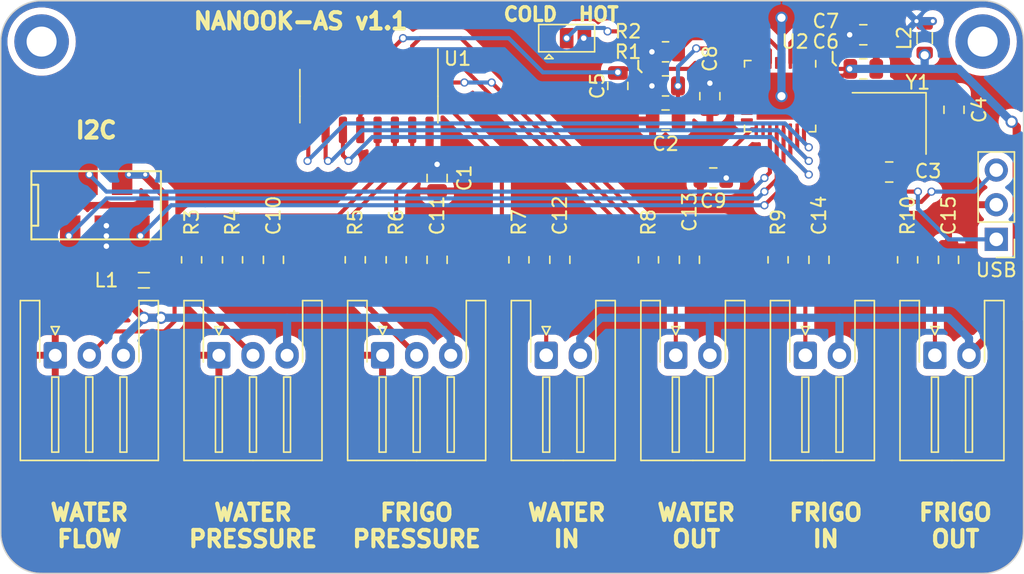
<source format=kicad_pcb>
(kicad_pcb (version 20221018) (generator pcbnew)
  (layers (0 "F.Cu" signal) (31 "B.Cu" signal) (34 "B.Paste" user) (35 "F.Paste" user) (36 "B.SilkS" user "B.Silkscreen") (37 "F.SilkS" user "F.Silkscreen") (38 "B.Mask" user) (39 "F.Mask" user) (44 "Edge.Cuts" user))
  (net 0 "")
  (net 1 "Net-(U2-CHIP_EN)")
  (net 2 "GND")
  (net 3 "+3V3")
  (net 4 "Net-(U2-XTAL_N)")
  (net 5 "+5V")
  (net 6 "Net-(U2-XTAL_P)")
  (net 7 "/ADC")
  (net 8 "/ALERT")
  (net 9 "/SCL")
  (net 10 "/SDA")
  (net 11 "+3.3VA")
  (net 12 "/WATER_PRESSURE")
  (net 13 "/FRIGO_PRESSURE")
  (net 14 "/WATER_IN")
  (net 15 "Net-(J4-Pin_2)")
  (net 16 "/WATER_OUT")
  (net 17 "/FRIGO_IN")
  (net 18 "/FRIGO_OUT")
  (net 19 "/WATER_FLOW")
  (net 20 "+5VA")
  (net 21 "/I2C_ADDR")
  (net 22 "/USB+")
  (net 23 "Net-(L2-Pad1)")
  (net 24 "/USB-")
  (net 25 "Net-(J5-Pin_2)")
  (net 27 "Net-(L1-Pad1)")
  (net 28 "Net-(U2-GPIO2{slash}ADC1_CH2)")
  (net 29 "/A2")
  (net 30 "/A1")
  (net 31 "/A0")
  (footprint "Drake:Micro-Match-FOB-6" (layer "F.Cu") (at 148 102)
    (fp_text reference "X1" hide)
    (fp_text value "I2C-6P")
    (pad "1" smd rect (at -3.175 -2.25) (size 1.5 3) (layers "F.Cu" "F.Paste" "F.Mask") (net 2 "GND"))
    (pad "2" smd rect (at -1.905 2.25) (size 1.5 3) (layers "F.Cu" "F.Paste" "F.Mask") (net 9 "/SCL"))
    (pad "3" smd rect (at -0.635 -2.25) (size 1.5 3) (layers "F.Cu" "F.Paste" "F.Mask") (net 10 "/SDA"))
    (pad "4" smd rect (at 0.635 2.25) (size 1.5 3) (layers "F.Cu" "F.Paste" "F.Mask") (net 3 "+3V3"))
    (pad "5" smd rect (at 1.905 -2.25) (size 1.5 3) (layers "F.Cu" "F.Paste" "F.Mask") (net 5 "+5V"))
    (pad "6" smd rect (at 3.175 2.25) (size 1.5 3) (layers "F.Cu" "F.Paste" "F.Mask") (net 8 "/ALERT"))
  )
  (footprint "Capacitor_SMD:C_0805_2012Metric" (layer "F.Cu") (at 173 100 90)
    (fp_text reference "C1" (at 0 2 90) (layer "F.SilkS"))
    (fp_text value "100n")
    (pad "1" smd roundrect (at -0.95 0 90) (size 1 1.45) (layers "F.Cu" "F.Paste" "F.Mask") (net 2 "GND"))
    (pad "2" smd roundrect (at 0.95 0 90) (size 1 1.45) (layers "F.Cu" "F.Paste" "F.Mask") (net 3 "+3V3"))
  )
  (footprint "Capacitor_SMD:C_0805_2012Metric" (layer "F.Cu") (at 161 106 -90)
    (fp_text reference "C10" (at -3.25 0 90) (layer "F.SilkS"))
    (fp_text value "100n")
    (pad "1" smd roundrect (at -0.95 0 270) (size 1 1.45) (layers "F.Cu" "F.Paste" "F.Mask") (net 12 "/WATER_PRESSURE"))
    (pad "2" smd roundrect (at 0.95 0 270) (size 1 1.45) (layers "F.Cu" "F.Paste" "F.Mask") (net 2 "GND"))
  )
  (footprint "Capacitor_SMD:C_0805_2012Metric" (layer "F.Cu") (at 173 106 -90)
    (fp_text reference "C11" (at -3.25 0 90) (layer "F.SilkS"))
    (fp_text value "100n")
    (pad "1" smd roundrect (at -0.95 0 270) (size 1 1.45) (layers "F.Cu" "F.Paste" "F.Mask") (net 13 "/FRIGO_PRESSURE"))
    (pad "2" smd roundrect (at 0.95 0 270) (size 1 1.45) (layers "F.Cu" "F.Paste" "F.Mask") (net 2 "GND"))
  )
  (footprint "Capacitor_SMD:C_0805_2012Metric" (layer "F.Cu") (at 182 106 90)
    (fp_text reference "C12" (at 3.25 0 90) (layer "F.SilkS"))
    (fp_text value "100n")
    (pad "1" smd roundrect (at -0.95 0 90) (size 1 1.45) (layers "F.Cu" "F.Paste" "F.Mask") (net 14 "/WATER_IN"))
    (pad "2" smd roundrect (at 0.95 0 90) (size 1 1.45) (layers "F.Cu" "F.Paste" "F.Mask") (net 2 "GND"))
  )
  (footprint "Capacitor_SMD:C_0805_2012Metric" (layer "F.Cu") (at 191.5 106 90)
    (fp_text reference "C13" (at 3.5 0 90) (layer "F.SilkS"))
    (fp_text value "100n")
    (pad "1" smd roundrect (at -0.95 0 90) (size 1 1.45) (layers "F.Cu" "F.Paste" "F.Mask") (net 16 "/WATER_OUT"))
    (pad "2" smd roundrect (at 0.95 0 90) (size 1 1.45) (layers "F.Cu" "F.Paste" "F.Mask") (net 2 "GND"))
  )
  (footprint "Capacitor_SMD:C_0805_2012Metric" (layer "F.Cu") (at 201 106 90)
    (fp_text reference "C14" (at 3.25 0 90) (layer "F.SilkS"))
    (fp_text value "100n")
    (pad "1" smd roundrect (at -0.95 0 90) (size 1 1.45) (layers "F.Cu" "F.Paste" "F.Mask") (net 17 "/FRIGO_IN"))
    (pad "2" smd roundrect (at 0.95 0 90) (size 1 1.45) (layers "F.Cu" "F.Paste" "F.Mask") (net 2 "GND"))
  )
  (footprint "Capacitor_SMD:C_0805_2012Metric" (layer "F.Cu") (at 210.5 106 90)
    (fp_text reference "C15" (at 3.25 0 90) (layer "F.SilkS"))
    (fp_text value "100n")
    (pad "1" smd roundrect (at -0.95 0 90) (size 1 1.45) (layers "F.Cu" "F.Paste" "F.Mask") (net 18 "/FRIGO_OUT"))
    (pad "2" smd roundrect (at 0.95 0 90) (size 1 1.45) (layers "F.Cu" "F.Paste" "F.Mask") (net 2 "GND"))
  )
  (footprint "Jumper:SolderJumper-3_P1.3mm_Open_Pad1.0x1.5mm" (layer "F.Cu") (at 182.5 89.75)
    (fp_text reference "J2" hide)
    (fp_text value "Address")
    (pad "1" smd rect (at -1.3 0) (size 1 1.5) (layers "F.Cu" "F.Mask") (net 2 "GND"))
    (pad "2" smd rect (at 0 0) (size 1 1.5) (layers "F.Cu" "F.Mask") (net 21 "/I2C_ADDR"))
    (pad "3" smd rect (at 1.3 0) (size 1 1.5) (layers "F.Cu" "F.Mask") (net 3 "+3V3"))
  )
  (footprint "Connector_JST:JST_XH_S3B-XH-A-1_1x03_P2.50mm_Horizontal" (layer "F.Cu") (at 145 113)
    (fp_text reference "J1" hide)
    (fp_text value "Water Flow")
    (pad "1" thru_hole roundrect (at 0 0) (size 1.7 1.95) (drill 0.95) (layers "*.Cu" "*.Mask") (roundrect_rratio 0.147059) (net 2 "GND"))
    (pad "2" thru_hole oval (at 2.5 0) (size 1.7 1.95) (drill 0.95) (layers "*.Cu" "*.Mask") (net 19 "/WATER_FLOW"))
    (pad "3" thru_hole oval (at 5 0) (size 1.7 1.95) (drill 0.95) (layers "*.Cu" "*.Mask") (net 20 "+5VA"))
  )
  (footprint "Connector_JST:JST_XH_S3B-XH-A-1_1x03_P2.50mm_Horizontal" (layer "F.Cu") (at 157 113)
    (fp_text reference "J4" hide)
    (fp_text value "Conn_01x03")
    (pad "1" thru_hole roundrect (at 0 0) (size 1.7 1.95) (drill 0.95) (layers "*.Cu" "*.Mask") (roundrect_rratio 0.147059) (net 2 "GND"))
    (pad "2" thru_hole oval (at 2.5 0) (size 1.7 1.95) (drill 0.95) (layers "*.Cu" "*.Mask") (net 15 "Net-(J4-Pin_2)"))
    (pad "3" thru_hole oval (at 5 0) (size 1.7 1.95) (drill 0.95) (layers "*.Cu" "*.Mask") (net 20 "+5VA"))
  )
  (footprint "Connector_JST:JST_XH_S3B-XH-A-1_1x03_P2.50mm_Horizontal" (layer "F.Cu") (at 169 113)
    (fp_text reference "J5" hide)
    (fp_text value "Conn_01x03")
    (pad "1" thru_hole roundrect (at 0 0) (size 1.7 1.95) (drill 0.95) (layers "*.Cu" "*.Mask") (roundrect_rratio 0.147059) (net 2 "GND"))
    (pad "2" thru_hole oval (at 2.5 0) (size 1.7 1.95) (drill 0.95) (layers "*.Cu" "*.Mask") (net 25 "Net-(J5-Pin_2)"))
    (pad "3" thru_hole oval (at 5 0) (size 1.7 1.95) (drill 0.95) (layers "*.Cu" "*.Mask") (net 20 "+5VA"))
  )
  (footprint "Connector_JST:JST_XH_S2B-XH-A-1_1x02_P2.50mm_Horizontal" (layer "F.Cu") (at 181 113)
    (fp_text reference "J6" hide)
    (fp_text value "Conn_01x02")
    (pad "1" thru_hole roundrect (at 0 0) (size 1.7 2) (drill 1) (layers "*.Cu" "*.Mask") (roundrect_rratio 0.147059) (net 14 "/WATER_IN"))
    (pad "2" thru_hole oval (at 2.5 0) (size 1.7 2) (drill 1) (layers "*.Cu" "*.Mask") (net 11 "+3.3VA"))
  )
  (footprint "Connector_JST:JST_XH_S2B-XH-A-1_1x02_P2.50mm_Horizontal" (layer "F.Cu") (at 190.5 113)
    (fp_text reference "J7" hide)
    (fp_text value "Conn_01x02")
    (pad "1" thru_hole roundrect (at 0 0) (size 1.7 2) (drill 1) (layers "*.Cu" "*.Mask") (roundrect_rratio 0.147059) (net 16 "/WATER_OUT"))
    (pad "2" thru_hole oval (at 2.5 0) (size 1.7 2) (drill 1) (layers "*.Cu" "*.Mask") (net 11 "+3.3VA"))
  )
  (footprint "Connector_JST:JST_XH_S2B-XH-A-1_1x02_P2.50mm_Horizontal" (layer "F.Cu") (at 200 113)
    (fp_text reference "J8" hide)
    (fp_text value "Conn_01x02")
    (pad "1" thru_hole roundrect (at 0 0) (size 1.7 2) (drill 1) (layers "*.Cu" "*.Mask") (roundrect_rratio 0.147059) (net 17 "/FRIGO_IN"))
    (pad "2" thru_hole oval (at 2.5 0) (size 1.7 2) (drill 1) (layers "*.Cu" "*.Mask") (net 11 "+3.3VA"))
  )
  (footprint "Connector_JST:JST_XH_S2B-XH-A-1_1x02_P2.50mm_Horizontal" (layer "F.Cu") (at 209.5 113)
    (fp_text reference "J9" hide)
    (fp_text value "Conn_01x02")
    (pad "1" thru_hole roundrect (at 0 0) (size 1.7 2) (drill 1) (layers "*.Cu" "*.Mask") (roundrect_rratio 0.147059) (net 18 "/FRIGO_OUT"))
    (pad "2" thru_hole oval (at 2.5 0) (size 1.7 2) (drill 1) (layers "*.Cu" "*.Mask") (net 11 "+3.3VA"))
  )
  (footprint "Resistor_SMD:R_0805_2012Metric" (layer "F.Cu") (at 155 106 90)
    (fp_text reference "R3" (at 2.75 0 90) (layer "F.SilkS"))
    (fp_text value "4k7")
    (pad "1" smd roundrect (at -0.9125 0 90) (size 1.025 1.4) (layers "F.Cu" "F.Paste" "F.Mask") (roundrect_rratio 0.243902) (net 15 "Net-(J4-Pin_2)"))
    (pad "2" smd roundrect (at 0.9125 0 90) (size 1.025 1.4) (layers "F.Cu" "F.Paste" "F.Mask") (roundrect_rratio 0.243902) (net 12 "/WATER_PRESSURE"))
  )
  (footprint "Resistor_SMD:R_0805_2012Metric" (layer "F.Cu") (at 158 106 -90)
    (fp_text reference "R4" (at -2.75 0 90) (layer "F.SilkS"))
    (fp_text value "10k")
    (pad "1" smd roundrect (at -0.9125 0 270) (size 1.025 1.4) (layers "F.Cu" "F.Paste" "F.Mask") (roundrect_rratio 0.243902) (net 12 "/WATER_PRESSURE"))
    (pad "2" smd roundrect (at 0.9125 0 270) (size 1.025 1.4) (layers "F.Cu" "F.Paste" "F.Mask") (roundrect_rratio 0.243902) (net 2 "GND"))
  )
  (footprint "Resistor_SMD:R_0805_2012Metric" (layer "F.Cu") (at 167 106 90)
    (fp_text reference "R5" (at 2.75 0 90) (layer "F.SilkS"))
    (fp_text value "4k7")
    (pad "1" smd roundrect (at -0.9125 0 90) (size 1.025 1.4) (layers "F.Cu" "F.Paste" "F.Mask") (roundrect_rratio 0.243902) (net 25 "Net-(J5-Pin_2)"))
    (pad "2" smd roundrect (at 0.9125 0 90) (size 1.025 1.4) (layers "F.Cu" "F.Paste" "F.Mask") (roundrect_rratio 0.243902) (net 13 "/FRIGO_PRESSURE"))
  )
  (footprint "Resistor_SMD:R_0805_2012Metric" (layer "F.Cu") (at 170 106 -90)
    (fp_text reference "R6" (at -2.75 0 90) (layer "F.SilkS"))
    (fp_text value "10k")
    (pad "1" smd roundrect (at -0.9125 0 270) (size 1.025 1.4) (layers "F.Cu" "F.Paste" "F.Mask") (roundrect_rratio 0.243902) (net 13 "/FRIGO_PRESSURE"))
    (pad "2" smd roundrect (at 0.9125 0 270) (size 1.025 1.4) (layers "F.Cu" "F.Paste" "F.Mask") (roundrect_rratio 0.243902) (net 2 "GND"))
  )
  (footprint "Resistor_SMD:R_0805_2012Metric" (layer "F.Cu") (at 179 106 90)
    (fp_text reference "R7" (at 2.75 0 90) (layer "F.SilkS"))
    (fp_text value "(README.md)")
    (pad "1" smd roundrect (at -0.9125 0 90) (size 1.025 1.4) (layers "F.Cu" "F.Paste" "F.Mask") (roundrect_rratio 0.243902) (net 14 "/WATER_IN"))
    (pad "2" smd roundrect (at 0.9125 0 90) (size 1.025 1.4) (layers "F.Cu" "F.Paste" "F.Mask") (roundrect_rratio 0.243902) (net 2 "GND"))
  )
  (footprint "Resistor_SMD:R_0805_2012Metric" (layer "F.Cu") (at 188.5 106 90)
    (fp_text reference "R8" (at 2.75 0 90) (layer "F.SilkS"))
    (fp_text value "(README.md)")
    (pad "1" smd roundrect (at -0.9125 0 90) (size 1.025 1.4) (layers "F.Cu" "F.Paste" "F.Mask") (roundrect_rratio 0.243902) (net 16 "/WATER_OUT"))
    (pad "2" smd roundrect (at 0.9125 0 90) (size 1.025 1.4) (layers "F.Cu" "F.Paste" "F.Mask") (roundrect_rratio 0.243902) (net 2 "GND"))
  )
  (footprint "Resistor_SMD:R_0805_2012Metric" (layer "F.Cu") (at 198 106 90)
    (fp_text reference "R9" (at 2.75 0 90) (layer "F.SilkS"))
    (fp_text value "(README.md)")
    (pad "1" smd roundrect (at -0.9125 0 90) (size 1.025 1.4) (layers "F.Cu" "F.Paste" "F.Mask") (roundrect_rratio 0.243902) (net 17 "/FRIGO_IN"))
    (pad "2" smd roundrect (at 0.9125 0 90) (size 1.025 1.4) (layers "F.Cu" "F.Paste" "F.Mask") (roundrect_rratio 0.243902) (net 2 "GND"))
  )
  (footprint "Resistor_SMD:R_0805_2012Metric" (layer "F.Cu") (at 207.5 106 90)
    (fp_text reference "R10" (at 3.25 0 90) (layer "F.SilkS"))
    (fp_text value "(README.md)")
    (pad "1" smd roundrect (at -0.9125 0 90) (size 1.025 1.4) (layers "F.Cu" "F.Paste" "F.Mask") (roundrect_rratio 0.243902) (net 18 "/FRIGO_OUT"))
    (pad "2" smd roundrect (at 0.9125 0 90) (size 1.025 1.4) (layers "F.Cu" "F.Paste" "F.Mask") (roundrect_rratio 0.243902) (net 2 "GND"))
  )
  (footprint "Capacitor_SMD:C_0805_2012Metric" (layer "F.Cu") (at 186.25 93.25 -90)
    (fp_text reference "C5" (at 0 1.5 90) (layer "F.SilkS"))
    (fp_text value "100n")
    (pad "1" smd roundrect (at -0.95 0 270) (size 1 1.45) (layers "F.Cu" "F.Paste" "F.Mask") (net 7 "/ADC"))
    (pad "2" smd roundrect (at 0.95 0 270) (size 1 1.45) (layers "F.Cu" "F.Paste" "F.Mask") (net 2 "GND"))
  )
  (footprint "Capacitor_SMD:C_0805_2012Metric" (layer "F.Cu") (at 206.15 99.5625 180)
    (fp_text reference "C3" (at -2.85 0.0625) (layer "F.SilkS"))
    (fp_text value "15p")
    (pad "1" smd roundrect (at -0.95 0 180) (size 1 1.45) (layers "F.Cu" "F.Paste" "F.Mask") (net 2 "GND"))
    (pad "2" smd roundrect (at 0.95 0 180) (size 1 1.45) (layers "F.Cu" "F.Paste" "F.Mask") (net 4 "Net-(U2-XTAL_N)"))
  )
  (footprint "Resistor_SMD:R_0805_2012Metric" (layer "F.Cu") (at 189.75 93.25)
    (fp_text reference "R1" (at -2.75 -2.5) (layer "F.SilkS"))
    (fp_text value "10k")
    (pad "1" smd roundrect (at -0.9125 0) (size 1.025 1.4) (layers "F.Cu" "F.Paste" "F.Mask") (roundrect_rratio 0.243902) (net 3 "+3V3"))
    (pad "2" smd roundrect (at 0.9125 0) (size 1.025 1.4) (layers "F.Cu" "F.Paste" "F.Mask") (roundrect_rratio 0.243902) (net 1 "Net-(U2-CHIP_EN)"))
  )
  (footprint "NetTie:NetTie-2_THT_Pad0.3mm" (layer "F.Cu") (at 150.4 99.75)
    (fp_text reference "NT1" hide)
    (fp_text value "NetTie_2")
    (fp_poly (pts (xy 0 -0.3) (xy 1.2 -0.3) (xy 1.2 0.3) (xy 0 0.3)) (fill solid) (layer "F.Cu"))
    (fp_poly (pts (xy 0 -0.3) (xy 1.2 -0.3) (xy 1.2 0.3) (xy 0 0.3)) (fill solid) (layer "B.Cu"))
    (pad "1" thru_hole circle (at 0 0) (size 0.6 0.6) (drill 0.3) (layers "*.Cu") (net 5 "+5V"))
    (pad "2" thru_hole circle (at 1.2 0) (size 0.6 0.6) (drill 0.3) (layers "*.Cu") (net 27 "Net-(L1-Pad1)"))
  )
  (footprint "Capacitor_SMD:C_0805_2012Metric" (layer "F.Cu") (at 204.25 89.5)
    (fp_text reference "C7" (at -2.75 -1) (layer "F.SilkS"))
    (fp_text value "100n")
    (pad "1" smd roundrect (at -0.95 0) (size 1 1.45) (layers "F.Cu" "F.Paste" "F.Mask") (net 3 "+3V3"))
    (pad "2" smd roundrect (at 0.95 0) (size 1 1.45) (layers "F.Cu" "F.Paste" "F.Mask") (net 2 "GND"))
  )
  (footprint "Capacitor_SMD:C_0805_2012Metric" (layer "F.Cu") (at 204.25 92)
    (fp_text reference "C6" (at -2.75 -2) (layer "F.SilkS"))
    (fp_text value "100n")
    (pad "1" smd roundrect (at -0.95 0) (size 1 1.45) (layers "F.Cu" "F.Paste" "F.Mask") (net 11 "+3.3VA"))
    (pad "2" smd roundrect (at 0.95 0) (size 1 1.45) (layers "F.Cu" "F.Paste" "F.Mask") (net 2 "GND"))
  )
  (footprint "Resistor_SMD:R_0805_2012Metric" (layer "F.Cu") (at 189.75 90.75)
    (fp_text reference "R2" (at -2.75 -1.5) (layer "F.SilkS"))
    (fp_text value "10k")
    (pad "1" smd roundrect (at -0.9125 0) (size 1.025 1.4) (layers "F.Cu" "F.Paste" "F.Mask") (roundrect_rratio 0.243902) (net 3 "+3V3"))
    (pad "2" smd roundrect (at 0.9125 0) (size 1.025 1.4) (layers "F.Cu" "F.Paste" "F.Mask") (roundrect_rratio 0.243902) (net 28 "Net-(U2-GPIO2{slash}ADC1_CH2)"))
  )
  (footprint "Capacitor_SMD:C_0805_2012Metric" (layer "F.Cu") (at 193 94 -90)
    (fp_text reference "C8" (at -2.75 0 90) (layer "F.SilkS"))
    (fp_text value "100n")
    (pad "1" smd roundrect (at -0.95 0 270) (size 1 1.45) (layers "F.Cu" "F.Paste" "F.Mask") (net 3 "+3V3"))
    (pad "2" smd roundrect (at 0.95 0 270) (size 1 1.45) (layers "F.Cu" "F.Paste" "F.Mask") (net 2 "GND"))
  )
  (footprint "Connector_PinHeader_2.54mm:PinHeader_1x03_P2.54mm_Vertical" (layer "F.Cu") (at 214 104.5 180)
    (fp_text reference "J3" hide)
    (fp_text value "USB" (at 0 -2.25) (layer "F.SilkS"))
    (pad "1" thru_hole rect (at 0 0 180) (size 1.7 1.7) (drill 1) (layers "*.Cu" "*.Mask") (net 22 "/USB+"))
    (pad "2" thru_hole oval (at 0 2.54 180) (size 1.7 1.7) (drill 1) (layers "*.Cu" "*.Mask") (net 2 "GND"))
    (pad "3" thru_hole oval (at 0 5.08 180) (size 1.7 1.7) (drill 1) (layers "*.Cu" "*.Mask") (net 24 "/USB-"))
  )
  (footprint "Crystal:Crystal_SMD_3225-4Pin_3.2x2.5mm_HandSoldering" (layer "F.Cu") (at 206.15 96 180)
    (fp_text reference "Y1" (at -2.1 3) (layer "F.SilkS"))
    (fp_text value "40MHz")
    (pad "1" smd rect (at -1.45 1.15 180) (size 2.1 1.8) (layers "F.Cu" "F.Paste" "F.Mask") (net 6 "Net-(U2-XTAL_P)"))
    (pad "2" smd rect (at 1.45 1.15 180) (size 2.1 1.8) (layers "F.Cu" "F.Paste" "F.Mask") (net 2 "GND"))
    (pad "3" smd rect (at 1.45 -1.15 180) (size 2.1 1.8) (layers "F.Cu" "F.Paste" "F.Mask") (net 4 "Net-(U2-XTAL_N)"))
    (pad "4" smd rect (at -1.45 -1.15 180) (size 2.1 1.8) (layers "F.Cu" "F.Paste" "F.Mask") (net 2 "GND"))
  )
  (footprint "Capacitor_SMD:C_0805_2012Metric" (layer "F.Cu") (at 189.75 95.75 180)
    (fp_text reference "C2" (at 0 -1.75) (layer "F.SilkS"))
    (fp_text value "1u")
    (pad "1" smd roundrect (at -0.95 0 180) (size 1 1.45) (layers "F.Cu" "F.Paste" "F.Mask") (net 1 "Net-(U2-CHIP_EN)"))
    (pad "2" smd roundrect (at 0.95 0 180) (size 1 1.45) (layers "F.Cu" "F.Paste" "F.Mask") (net 2 "GND"))
  )
  (footprint "Inductor_SMD:L_0805_2012Metric" (layer "F.Cu") (at 151.5 107.5 180)
    (fp_text reference "L1" (at 2.75 0) (layer "F.SilkS"))
    (fp_text value "22uH")
    (pad "1" smd roundrect (at -1.0625 0 180) (size 0.875 1.2) (layers "F.Cu" "F.Paste" "F.Mask") (net 27 "Net-(L1-Pad1)"))
    (pad "2" smd roundrect (at 1.0625 0 180) (size 0.875 1.2) (layers "F.Cu" "F.Paste" "F.Mask") (net 20 "+5VA"))
  )
  (footprint "Package_SO:SOIC-16_3.9x9.9mm_P1.27mm" (layer "F.Cu") (at 168 94 -90)
    (fp_text reference "U1" (at -2.75 -6.5 -180) (layer "F.SilkS"))
    (fp_text value "CD4051B")
    (pad "1" smd roundrect (at -2.475 -4.445 270) (size 1.95 0.6) (layers "F.Cu" "F.Paste" "F.Mask") (net 16 "/WATER_OUT"))
    (pad "2" smd roundrect (at -2.475 -3.175 270) (size 1.95 0.6) (layers "F.Cu" "F.Paste" "F.Mask") (net 18 "/FRIGO_OUT"))
    (pad "3" smd roundrect (at -2.475 -1.905 270) (size 1.95 0.6) (layers "F.Cu" "F.Paste" "F.Mask") (net 7 "/ADC"))
    (pad "4" smd roundrect (at -2.475 -0.635 270) (size 1.95 0.6) (layers "F.Cu" "F.Paste" "F.Mask") (net 2 "GND"))
    (pad "5" smd roundrect (at -2.475 0.635 270) (size 1.95 0.6) (layers "F.Cu" "F.Paste" "F.Mask") (net 17 "/FRIGO_IN"))
    (pad "6" smd roundrect (at -2.475 1.905 270) (size 1.95 0.6) (layers "F.Cu" "F.Paste" "F.Mask") (net 2 "GND"))
    (pad "7" smd roundrect (at -2.475 3.175 270) (size 1.95 0.6) (layers "F.Cu" "F.Paste" "F.Mask") (net 2 "GND"))
    (pad "8" smd roundrect (at -2.475 4.445 270) (size 1.95 0.6) (layers "F.Cu" "F.Paste" "F.Mask") (net 2 "GND"))
    (pad "9" smd roundrect (at 2.475 4.445 270) (size 1.95 0.6) (layers "F.Cu" "F.Paste" "F.Mask") (net 29 "/A2"))
    (pad "10" smd roundrect (at 2.475 3.175 270) (size 1.95 0.6) (layers "F.Cu" "F.Paste" "F.Mask") (net 30 "/A1"))
    (pad "11" smd roundrect (at 2.475 1.905 270) (size 1.95 0.6) (layers "F.Cu" "F.Paste" "F.Mask") (net 31 "/A0"))
    (pad "12" smd roundrect (at 2.475 0.635 270) (size 1.95 0.6) (layers "F.Cu" "F.Paste" "F.Mask") (net 14 "/WATER_IN"))
    (pad "13" smd roundrect (at 2.475 -0.635 270) (size 1.95 0.6) (layers "F.Cu" "F.Paste" "F.Mask") (net 19 "/WATER_FLOW"))
    (pad "14" smd roundrect (at 2.475 -1.905 270) (size 1.95 0.6) (layers "F.Cu" "F.Paste" "F.Mask") (net 12 "/WATER_PRESSURE"))
    (pad "15" smd roundrect (at 2.475 -3.175 270) (size 1.95 0.6) (layers "F.Cu" "F.Paste" "F.Mask") (net 13 "/FRIGO_PRESSURE"))
    (pad "16" smd roundrect (at 2.475 -4.445 270) (size 1.95 0.6) (layers "F.Cu" "F.Paste" "F.Mask") (net 3 "+3V3"))
  )
  (footprint "Package_DFN_QFN:QFN-32-1EP_5x5mm_P0.5mm_EP3.45x3.45mm" (layer "F.Cu") (at 198.15 94 -90)
    (fp_text reference "U2" (at -4 -1.1 -180) (layer "F.SilkS"))
    (fp_text value "ESP32-C3FN4")
    (pad "1" smd roundrect (at -2.4375 -1.75 270) (size 0.875 0.25) (layers "F.Cu" "F.Paste" "F.Mask"))
    (pad "2" smd roundrect (at -2.4375 -1.25 270) (size 0.875 0.25) (layers "F.Cu" "F.Paste" "F.Mask") (net 3 "+3V3"))
    (pad "3" smd roundrect (at -2.4375 -0.75 270) (size 0.875 0.25) (layers "F.Cu" "F.Paste" "F.Mask") (net 3 "+3V3"))
    (pad "4" smd roundrect (at -2.4375 -0.25 270) (size 0.875 0.25) (layers "F.Cu" "F.Paste" "F.Mask") (net 21 "/I2C_ADDR"))
    (pad "5" smd roundrect (at -2.4375 0.25 270) (size 0.875 0.25) (layers "F.Cu" "F.Paste" "F.Mask"))
    (pad "6" smd roundrect (at -2.4375 0.75 270) (size 0.875 0.25) (layers "F.Cu" "F.Paste" "F.Mask") (net 28 "Net-(U2-GPIO2{slash}ADC1_CH2)"))
    (pad "7" smd roundrect (at -2.4375 1.25 270) (size 0.875 0.25) (layers "F.Cu" "F.Paste" "F.Mask") (net 1 "Net-(U2-CHIP_EN)"))
    (pad "8" smd roundrect (at -2.4375 1.75 270) (size 0.875 0.25) (layers "F.Cu" "F.Paste" "F.Mask") (net 7 "/ADC"))
    (pad "9" smd roundrect (at -1.75 2.4375 270) (size 0.25 0.875) (layers "F.Cu" "F.Paste" "F.Mask"))
    (pad "10" smd roundrect (at -1.25 2.4375 270) (size 0.25 0.875) (layers "F.Cu" "F.Paste" "F.Mask"))
    (pad "11" smd roundrect (at -0.75 2.4375 270) (size 0.25 0.875) (layers "F.Cu" "F.Paste" "F.Mask") (net 3 "+3V3"))
    (pad "12" smd roundrect (at -0.25 2.4375 270) (size 0.25 0.875) (layers "F.Cu" "F.Paste" "F.Mask"))
    (pad "13" smd roundrect (at 0.25 2.4375 270) (size 0.25 0.875) (layers "F.Cu" "F.Paste" "F.Mask"))
    (pad "14" smd roundrect (at 0.75 2.4375 270) (size 0.25 0.875) (layers "F.Cu" "F.Paste" "F.Mask"))
    (pad "15" smd roundrect (at 1.25 2.4375 270) (size 0.25 0.875) (layers "F.Cu" "F.Paste" "F.Mask"))
    (pad "16" smd roundrect (at 1.75 2.4375 270) (size 0.25 0.875) (layers "F.Cu" "F.Paste" "F.Mask"))
    (pad "17" smd roundrect (at 2.4375 1.75 270) (size 0.875 0.25) (layers "F.Cu" "F.Paste" "F.Mask") (net 3 "+3V3"))
    (pad "18" smd roundrect (at 2.4375 1.25 270) (size 0.875 0.25) (layers "F.Cu" "F.Paste" "F.Mask"))
    (pad "19" smd roundrect (at 2.4375 0.75 270) (size 0.875 0.25) (layers "F.Cu" "F.Paste" "F.Mask") (net 10 "/SDA"))
    (pad "20" smd roundrect (at 2.4375 0.25 270) (size 0.875 0.25) (layers "F.Cu" "F.Paste" "F.Mask") (net 9 "/SCL"))
    (pad "21" smd roundrect (at 2.4375 -0.25 270) (size 0.875 0.25) (layers "F.Cu" "F.Paste" "F.Mask") (net 8 "/ALERT"))
    (pad "22" smd roundrect (at 2.4375 -0.75 270) (size 0.875 0.25) (layers "F.Cu" "F.Paste" "F.Mask") (net 31 "/A0"))
    (pad "23" smd roundrect (at 2.4375 -1.25 270) (size 0.875 0.25) (layers "F.Cu" "F.Paste" "F.Mask") (net 30 "/A1"))
    (pad "24" smd roundrect (at 2.4375 -1.75 270) (size 0.875 0.25) (layers "F.Cu" "F.Paste" "F.Mask") (net 29 "/A2"))
    (pad "25" smd roundrect (at 1.75 -2.4375 270) (size 0.25 0.875) (layers "F.Cu" "F.Paste" "F.Mask") (net 24 "/USB-"))
    (pad "26" smd roundrect (at 1.25 -2.4375 270) (size 0.25 0.875) (layers "F.Cu" "F.Paste" "F.Mask") (net 22 "/USB+"))
    (pad "27" smd roundrect (at 0.75 -2.4375 270) (size 0.25 0.875) (layers "F.Cu" "F.Paste" "F.Mask"))
    (pad "28" smd roundrect (at 0.25 -2.4375 270) (size 0.25 0.875) (layers "F.Cu" "F.Paste" "F.Mask"))
    (pad "29" smd roundrect (at -0.25 -2.4375 270) (size 0.25 0.875) (layers "F.Cu" "F.Paste" "F.Mask") (net 4 "Net-(U2-XTAL_N)"))
    (pad "30" smd roundrect (at -0.75 -2.4375 270) (size 0.25 0.875) (layers "F.Cu" "F.Paste" "F.Mask") (net 6 "Net-(U2-XTAL_P)"))
    (pad "31" smd roundrect (at -1.25 -2.4375 270) (size 0.25 0.875) (layers "F.Cu" "F.Paste" "F.Mask") (net 11 "+3.3VA"))
    (pad "32" smd roundrect (at -1.75 -2.4375 270) (size 0.25 0.875) (layers "F.Cu" "F.Paste" "F.Mask") (net 11 "+3.3VA"))
    (pad "33" smd rect (at 0 0 270) (size 3.45 3.45) (layers "F.Cu" "F.Mask") (net 2 "GND"))
  )
  (footprint "Inductor_SMD:L_0805_2012Metric" (layer "F.Cu") (at 208.75 89.75 -90)
    (fp_text reference "L2" (at 0 1.5 90) (layer "F.SilkS"))
    (fp_text value "22uH")
    (pad "1" smd roundrect (at -1.0625 0 270) (size 0.875 1.2) (layers "F.Cu" "F.Paste" "F.Mask") (net 23 "Net-(L2-Pad1)"))
    (pad "2" smd roundrect (at 1.0625 0 270) (size 0.875 1.2) (layers "F.Cu" "F.Paste" "F.Mask") (net 11 "+3.3VA"))
  )
  (footprint "Capacitor_SMD:C_0805_2012Metric" (layer "F.Cu") (at 210.9 95 90)
    (fp_text reference "C4" (at 0 1.85 90) (layer "F.SilkS"))
    (fp_text value "15p")
    (pad "1" smd roundrect (at -0.95 0 90) (size 1 1.45) (layers "F.Cu" "F.Paste" "F.Mask") (net 2 "GND"))
    (pad "2" smd roundrect (at 0.95 0 90) (size 1 1.45) (layers "F.Cu" "F.Paste" "F.Mask") (net 6 "Net-(U2-XTAL_P)"))
  )
  (footprint "NetTie:NetTie-2_THT_Pad0.3mm" (layer "F.Cu") (at 208.15 88.5)
    (fp_text reference "NT2" hide)
    (fp_text value "NetTie_2")
    (fp_poly (pts (xy 0 -0.3) (xy 1.2 -0.3) (xy 1.2 0.3) (xy 0 0.3)) (fill solid) (layer "F.Cu"))
    (fp_poly (pts (xy 0 -0.3) (xy 1.2 -0.3) (xy 1.2 0.3) (xy 0 0.3)) (fill solid) (layer "B.Cu"))
    (pad "1" thru_hole circle (at 0 0) (size 0.6 0.6) (drill 0.3) (layers "*.Cu") (net 3 "+3V3"))
    (pad "2" thru_hole circle (at 1.2 0) (size 0.6 0.6) (drill 0.3) (layers "*.Cu") (net 23 "Net-(L2-Pad1)"))
  )
  (footprint "Capacitor_SMD:C_0805_2012Metric" (layer "F.Cu") (at 193.25 100 180)
    (fp_text reference "C9" (at 0 -1.68) (layer "F.SilkS"))
    (fp_text value "100n")
    (pad "1" smd roundrect (at -0.95 0 180) (size 1 1.45) (layers "F.Cu" "F.Paste" "F.Mask") (net 3 "+3V3"))
    (pad "2" smd roundrect (at 0.95 0 180) (size 1 1.45) (layers "F.Cu" "F.Paste" "F.Mask") (net 2 "GND"))
  )
  (gr_line (start 187.75 91.4) (end 187.75 92) (stroke (width 0.15)) (layer "F.SilkS"))
  (gr_line (start 187.75 92) (end 188 92.25) (stroke (width 0.15)) (layer "F.SilkS"))
  (gr_line (start 202 90.75) (end 202 91.5) (stroke (width 0.15)) (layer "F.SilkS"))
  (gr_line (start 202 91.5) (end 202.25 91.75) (stroke (width 0.15)) (layer "F.SilkS"))
  (gr_arc (start 213 87) (mid 215.12132 87.87868) (end 216 90) (stroke (width 0.1)) (layer "Edge.Cuts"))
  (gr_line (start 141 90) (end 141 126) (stroke (width 0.1)) (layer "Edge.Cuts"))
  (gr_line (start 213 87) (end 144 87) (stroke (width 0.1)) (layer "Edge.Cuts"))
  (gr_line (start 144 129) (end 213 129) (stroke (width 0.1)) (layer "Edge.Cuts"))
  (gr_arc (start 141 90) (mid 141.87868 87.87868) (end 144 87) (stroke (width 0.1)) (layer "Edge.Cuts"))
  (gr_arc (start 144 129) (mid 141.87868 128.12132) (end 141 126) (stroke (width 0.1)) (layer "Edge.Cuts"))
  (gr_arc (start 216 126) (mid 215.12132 128.12132) (end 213 129) (stroke (width 0.1)) (layer "Edge.Cuts"))
  (gr_line (start 216 126) (end 216 90) (stroke (width 0.1)) (layer "Edge.Cuts"))
  (gr_text "COLD" (at 177.75 88) (layer "F.SilkS") (effects (font (size 1 1) (thickness 0.25)) (justify left)))
  (gr_text "I2C" (at 148 96.5) (layer "F.SilkS") (effects (font (size 1.2 1.2) (thickness 0.3))))
  (gr_text "WATER\nFLOW" (at 147.5 125.5) (layer "F.SilkS") (effects (font (size 1.2 1.2) (thickness 0.3))))
  (gr_text "WATER\nPRESSURE" (at 159.5 125.5) (layer "F.SilkS") (effects (font (size 1.2 1.2) (thickness 0.3))))
  (gr_text "FRIGO\nPRESSURE" (at 171.5 125.5) (layer "F.SilkS") (effects (font (size 1.2 1.2) (thickness 0.3))))
  (gr_text "WATER\nIN" (at 182.5 125.5) (layer "F.SilkS") (effects (font (size 1.2 1.2) (thickness 0.3))))
  (gr_text "WATER\nOUT" (at 192 125.5) (layer "F.SilkS") (effects (font (size 1.2 1.2) (thickness 0.3))))
  (gr_text "FRIGO\nIN" (at 201.5 125.5) (layer "F.SilkS") (effects (font (size 1.2 1.2) (thickness 0.3))))
  (gr_text "FRIGO\nOUT" (at 211 125.5) (layer "F.SilkS") (effects (font (size 1.2 1.2) (thickness 0.3))))
  (gr_text "NANOOK-AS v1.1" (at 163 88.5) (layer "F.SilkS") (effects (font (size 1.2 1.2) (thickness 0.3))))
  (gr_text "HOT" (at 183.25 88) (layer "F.SilkS") (effects (font (size 1 1) (thickness 0.25)) (justify left)))
  (via (at 213 90) (size 4) (drill 2.2) (layers "F.Cu" "B.Cu") (net 0))
  (via (at 144 90) (size 4) (drill 2.2) (layers "F.Cu" "B.Cu") (net 0))
  (segment (start 190.6625 95.7125) (end 190.7 95.75) (width 0.3) (layer "F.Cu") (net 1))
  (segment (start 196.9 90.9) (end 196.9 91.5625) (width 0.3) (layer "F.Cu") (net 1))
  (segment (start 190.6625 93.25) (end 190.6625 95.7125) (width 0.3) (layer "F.Cu") (net 1))
  (segment (start 192 90.5) (end 196.5 90.5) (width 0.3) (layer "F.Cu") (net 1))
  (segment (start 196.5 90.5) (end 196.9 90.9) (width 0.3) (layer "F.Cu") (net 1))
  (via (at 192 90.5) (size 0.6) (drill 0.4) (layers "F.Cu" "B.Cu") (net 1))
  (via (at 190.6625 93.25) (size 0.6) (drill 0.4) (layers "F.Cu" "B.Cu") (net 1))
  (segment (start 190.6625 91.8375) (end 190.6625 93.25) (width 0.3) (layer "B.Cu") (net 1))
  (segment (start 192 90.5) (end 190.6625 91.8375) (width 0.3) (layer "B.Cu") (net 1))
  (segment (start 204.7 94.85) (end 207.6 97.15) (width 0.3) (layer "F.Cu") (net 2))
  (via (at 198.25 94) (size 0.9) (drill 0.6) (layers "F.Cu" "B.Cu") (net 2))
  (via (at 198.25 88.25) (size 0.9) (drill 0.6) (layers "F.Cu" "B.Cu") (net 2))
  (segment (start 198.25 88.25) (end 198.25 94) (width 0.6) (layer "B.Cu") (net 2))
  (segment (start 199.75 90) (end 199.4 90.35) (width 0.3) (layer "F.Cu") (net 3))
  (segment (start 172.445 98.445) (end 173 99) (width 0.6) (layer "F.Cu") (net 3))
  (segment (start 202.8 90) (end 199.75 90) (width 0.3) (layer "F.Cu") (net 3))
  (segment (start 199.5 89.5) (end 198.9 90.1) (width 0.3) (layer "F.Cu") (net 3))
  (segment (start 194.2 98.3) (end 196.0625 96.4375) (width 0.3) (layer "F.Cu") (net 3))
  (segment (start 193.2 93.25) (end 193 93.05) (width 0.3) (layer "F.Cu") (net 3))
  (segment (start 194.2 100) (end 194.2 98.3) (width 0.3) (layer "F.Cu") (net 3))
  (segment (start 195.7125 93.25) (end 193.2 93.25) (width 0.3) (layer "F.Cu") (net 3))
  (segment (start 202.8 90) (end 203.3 89.5) (width 0.3) (layer "F.Cu") (net 3))
  (segment (start 199.4 90.35) (end 199.4 91.5625) (width 0.3) (layer "F.Cu") (net 3))
  (segment (start 198.9 90.1) (end 198.9 91.5625) (width 0.3) (layer "F.Cu") (net 3))
  (segment (start 172.445 96.475) (end 172.445 98.445) (width 0.6) (layer "F.Cu") (net 3))
  (segment (start 199.5 89.5) (end 203.25 89.5) (width 0.3) (layer "F.Cu") (net 3))
  (segment (start 196.0625 96.4375) (end 196.4 96.4375) (width 0.3) (layer "F.Cu") (net 3))
  (via (at 148.75 105) (size 0.6) (drill 0.4) (layers "F.Cu" "B.Cu") (net 3))
  (via (at 183.75 89.75) (size 0.6) (drill 0.4) (layers "F.Cu" "B.Cu") (net 3))
  (via (at 188.75 93.25) (size 0.6) (drill 0.4) (layers "F.Cu" "B.Cu") (net 3))
  (via (at 203.25 89.5) (size 0.6) (drill 0.4) (layers "F.Cu" "B.Cu") (net 3))
  (via (at 194.2 100) (size 0.6) (drill 0.4) (layers "F.Cu" "B.Cu") (net 3))
  (via (at 148.75 104.25) (size 0.6) (drill 0.4) (layers "F.Cu" "B.Cu") (net 3))
  (via (at 173 99) (size 0.6) (drill 0.4) (layers "F.Cu" "B.Cu") (net 3))
  (via (at 193 93.05) (size 0.6) (drill 0.4) (layers "F.Cu" "B.Cu") (net 3))
  (via (at 148.75 103.5) (size 0.6) (drill 0.4) (layers "F.Cu" "B.Cu") (net 3))
  (via (at 188.75 90.75) (size 0.6) (drill 0.4) (layers "F.Cu" "B.Cu") (net 3))
  (segment (start 203 96.25) (end 203.9 97.15) (width 0.3) (layer "F.Cu") (net 4))
  (segment (start 200.5875 93.75) (end 202 93.75) (width 0.3) (layer "F.Cu") (net 4))
  (segment (start 203.9 97.15) (end 204.7 97.15) (width 0.3) (layer "F.Cu") (net 4))
  (segment (start 202 93.75) (end 203 94.75) (width 0.3) (layer "F.Cu") (net 4))
  (segment (start 204.7 99.0625) (end 205.2 99.5625) (width 0.3) (layer "F.Cu") (net 4))
  (segment (start 204.7 97.15) (end 204.7 99.0625) (width 0.3) (layer "F.Cu") (net 4))
  (segment (start 203 94.75) (end 203 96.25) (width 0.3) (layer "F.Cu") (net 4))
  (segment (start 210.9 94.05) (end 207.8 94.05) (width 0.3) (layer "F.Cu") (net 6))
  (segment (start 200.5875 93.25) (end 206 93.25) (width 0.3) (layer "F.Cu") (net 6))
  (segment (start 206 93.25) (end 207.6 94.85) (width 0.3) (layer "F.Cu") (net 6))
  (segment (start 191.9375 91.5625) (end 196.4 91.5625) (width 0.3) (layer "F.Cu") (net 7))
  (segment (start 191.5 92) (end 191.9375 91.5625) (width 0.3) (layer "F.Cu") (net 7))
  (segment (start 186.55 92) (end 186.25 92.3) (width 0.3) (layer "F.Cu") (net 7))
  (segment (start 169.905 91.525) (end 169.905 90.345) (width 0.3) (layer "F.Cu") (net 7))
  (segment (start 169.905 90.345) (end 170.5 89.75) (width 0.3) (layer "F.Cu") (net 7))
  (segment (start 191.5 92) (end 186.55 92) (width 0.3) (layer "F.Cu") (net 7))
  (via (at 170.5 89.75) (size 0.6) (drill 0.4) (layers "F.Cu" "B.Cu") (net 7))
  (via (at 186.25 92.25) (size 0.6) (drill 0.4) (layers "F.Cu" "B.Cu") (net 7))
  (segment (start 170.5 89.75) (end 176.25 89.75) (width 0.3) (layer "B.Cu") (net 7))
  (segment (start 176.25 89.75) (end 178.25 89.75) (width 0.3) (layer "B.Cu") (net 7))
  (segment (start 178.25 89.75) (end 180.75 92.25) (width 0.3) (layer "B.Cu") (net 7))
  (segment (start 180.75 92.25) (end 186.25 92.25) (width 0.3) (layer "B.Cu") (net 7))
  (segment (start 197 102) (end 198.4 100.6) (width 0.3) (layer "F.Cu") (net 8))
  (segment (start 198.4 100.6) (end 198.4 96.4375) (width 0.3) (layer "F.Cu") (net 8))
  (via (at 197 102) (size 0.6) (drill 0.4) (layers "F.Cu" "B.Cu") (net 8))
  (via (at 151.25 104.25) (size 0.6) (drill 0.4) (layers "F.Cu" "B.Cu") (net 8))
  (segment (start 156 102) (end 153.5 102) (width 0.3) (layer "B.Cu") (net 8))
  (segment (start 153.5 102) (end 151.25 104.25) (width 0.3) (layer "B.Cu") (net 8))
  (segment (start 197 102) (end 156 102) (width 0.3) (layer "B.Cu") (net 8))
  (segment (start 197 101) (end 197.9 100.1) (width 0.3) (layer "F.Cu") (net 9))
  (segment (start 197.9 100.1) (end 197.9 96.4375) (width 0.3) (layer "F.Cu") (net 9))
  (via (at 146 104.25) (size 0.6) (drill 0.4) (layers "F.Cu" "B.Cu") (net 9))
  (via (at 197 101) (size 0.6) (drill 0.4) (layers "F.Cu" "B.Cu") (net 9))
  (segment (start 197 101) (end 196.5 101.5) (width 0.3) (layer "B.Cu") (net 9))
  (segment (start 148.75 101.5) (end 146 104.25) (width 0.3) (layer "B.Cu") (net 9))
  (segment (start 196.5 101.5) (end 148.75 101.5) (width 0.3) (layer "B.Cu") (net 9))
  (segment (start 197 100) (end 197.4 99.6) (width 0.3) (layer "F.Cu") (net 10))
  (segment (start 197.4 99.6) (end 197.4 96.4375) (width 0.3) (layer "F.Cu") (net 10))
  (via (at 197 100) (size 0.6) (drill 0.4) (layers "F.Cu" "B.Cu") (net 10))
  (via (at 147.5 99.75) (size 0.6) (drill 0.4) (layers "F.Cu" "B.Cu") (net 10))
  (segment (start 196 101) (end 148.75 101) (width 0.3) (layer "B.Cu") (net 10))
  (segment (start 197 100) (end 196 101) (width 0.3) (layer "B.Cu") (net 10))
  (segment (start 148.75 101) (end 147.5 99.75) (width 0.3) (layer "B.Cu") (net 10))
  (segment (start 208.75 90.8125) (end 208.75 91) (width 0.6) (layer "F.Cu") (net 11))
  (segment (start 200.5875 92.25) (end 201.75 92.25) (width 0.3) (layer "F.Cu") (net 11))
  (segment (start 202.25 92.5) (end 202.8 92.5) (width 0.3) (layer "F.Cu") (net 11))
  (segment (start 202 92.75) (end 202.25 92.5) (width 0.3) (layer "F.Cu") (net 11))
  (segment (start 201.75 92.25) (end 202 92) (width 0.3) (layer "F.Cu") (net 11))
  (segment (start 215.5 109.5) (end 212 113) (width 0.6) (layer "F.Cu") (net 11))
  (segment (start 202.8 92.5) (end 203.3 92) (width 0.3) (layer "F.Cu") (net 11))
  (segment (start 215.5 96.25) (end 215.5 109.5) (width 0.6) (layer "F.Cu") (net 11))
  (segment (start 203.25 92) (end 203.3 92) (width 0.3) (layer "F.Cu") (net 11))
  (segment (start 202 92) (end 203.25 92) (width 0.3) (layer "F.Cu") (net 11))
  (segment (start 200.5875 92.75) (end 202 92.75) (width 0.3) (layer "F.Cu") (net 11))
  (segment (start 215.125 95.875) (end 215.5 96.25) (width 0.6) (layer "F.Cu") (net 11))
  (via (at 203.25 92) (size 0.6) (drill 0.4) (layers "F.Cu" "B.Cu") (net 11))
  (via (at 215.125 95.875) (size 0.9) (drill 0.6) (layers "F.Cu" "B.Cu") (net 11))
  (via (at 208.75 91) (size 0.9) (drill 0.6) (layers "F.Cu" "B.Cu") (net 11))
  (segment (start 185 110.25) (end 193 110.25) (width 0.6) (layer "B.Cu") (net 11))
  (segment (start 202.5 113) (end 202.5 110.25) (width 0.6) (layer "B.Cu") (net 11))
  (segment (start 193 110.25) (end 202.5 110.25) (width 0.6) (layer "B.Cu") (net 11))
  (segment (start 202.5 110.25) (end 210.5 110.25) (width 0.6) (layer "B.Cu") (net 11))
  (segment (start 183.5 111.75) (end 185 110.25) (width 0.6) (layer "B.Cu") (net 11))
  (segment (start 215.125 95.875) (end 211.25 92) (width 0.6) (layer "B.Cu") (net 11))
  (segment (start 193 113) (end 193 110.25) (width 0.6) (layer "B.Cu") (net 11))
  (segment (start 212 111.75) (end 212 113) (width 0.6) (layer "B.Cu") (net 11))
  (segment (start 208.75 92) (end 203.25 92) (width 0.6) (layer "B.Cu") (net 11))
  (segment (start 210.5 110.25) (end 212 111.75) (width 0.6) (layer "B.Cu") (net 11))
  (segment (start 211.25 92) (end 208.75 92) (width 0.6) (layer "B.Cu") (net 11))
  (segment (start 183.5 113) (end 183.5 111.75) (width 0.6) (layer "B.Cu") (net 11))
  (segment (start 208.75 91) (end 208.75 92) (width 0.6) (layer "B.Cu") (net 11))
  (segment (start 160.9625 105.0875) (end 161 105.05) (width 0.3) (layer "F.Cu") (net 12))
  (segment (start 155 105.0875) (end 160.9625 105.0875) (width 0.3) (layer "F.Cu") (net 12))
  (segment (start 158 105) (end 158 105.0875) (width 0.3) (layer "F.Cu") (net 12))
  (segment (start 159.5 103.5) (end 158 105) (width 0.3) (layer "F.Cu") (net 12))
  (segment (start 169.905 96.475) (end 169.905 99.595) (width 0.3) (layer "F.Cu") (net 12))
  (segment (start 169.905 99.595) (end 166 103.5) (width 0.3) (layer "F.Cu") (net 12))
  (segment (start 166 103.5) (end 159.5 103.5) (width 0.3) (layer "F.Cu") (net 12))
  (segment (start 171.175 99.825) (end 170 101) (width 0.3) (layer "F.Cu") (net 13))
  (segment (start 172.9625 105.0875) (end 173 105.05) (width 0.3) (layer "F.Cu") (net 13))
  (segment (start 170 101) (end 170 105.0875) (width 0.3) (layer "F.Cu") (net 13))
  (segment (start 167 105.0875) (end 172.9625 105.0875) (width 0.3) (layer "F.Cu") (net 13))
  (segment (start 171.175 96.475) (end 171.175 99.825) (width 0.3) (layer "F.Cu") (net 13))
  (segment (start 181 113) (end 181 106.9125) (width 0.3) (layer "F.Cu") (net 14))
  (segment (start 167.365 96.475) (end 167.365 95.385) (width 0.3) (layer "F.Cu") (net 14))
  (segment (start 168 94.75) (end 173.75 94.75) (width 0.3) (layer "F.Cu") (net 14))
  (segment (start 173.75 94.75) (end 177.75 98.75) (width 0.3) (layer "F.Cu") (net 14))
  (segment (start 181.9625 106.9125) (end 182 106.95) (width 0.3) (layer "F.Cu") (net 14))
  (segment (start 179 106.9125) (end 181 106.9125) (width 0.3) (layer "F.Cu") (net 14))
  (segment (start 181 106.9125) (end 181.9625 106.9125) (width 0.3) (layer "F.Cu") (net 14))
  (segment (start 167.365 95.385) (end 168 94.75) (width 0.3) (layer "F.Cu") (net 14))
  (segment (start 177.75 98.75) (end 177.75 106) (width 0.3) (layer "F.Cu") (net 14))
  (segment (start 177.75 106) (end 178.6625 106.9125) (width 0.3) (layer "F.Cu") (net 14))
  (segment (start 178.6625 106.9125) (end 179 106.9125) (width 0.3) (layer "F.Cu") (net 14))
  (segment (start 159.5 113) (end 155 108.5) (width 0.4) (layer "F.Cu") (net 15))
  (segment (start 155 108.5) (end 155 106.9125) (width 0.4) (layer "F.Cu") (net 15))
  (segment (start 188.1625 106.9125) (end 188.5 106.9125) (width 0.3) (layer "F.Cu") (net 16))
  (segment (start 188.5 106.9125) (end 190.5 106.9125) (width 0.3) (layer "F.Cu") (net 16))
  (segment (start 187.25 106) (end 188.1625 106.9125) (width 0.3) (layer "F.Cu") (net 16))
  (segment (start 187.25 104.25) (end 187.25 106) (width 0.3) (layer "F.Cu") (net 16))
  (segment (start 174.525 91.525) (end 187.25 104.25) (width 0.3) (layer "F.Cu") (net 16))
  (segment (start 191.4625 106.9125) (end 191.5 106.95) (width 0.3) (layer "F.Cu") (net 16))
  (segment (start 190.5 106.9125) (end 191.4625 106.9125) (width 0.3) (layer "F.Cu") (net 16))
  (segment (start 190.5 113) (end 190.5 106.9125) (width 0.3) (layer "F.Cu") (net 16))
  (segment (start 172.445 91.525) (end 174.525 91.525) (width 0.3) (layer "F.Cu") (net 16))
  (segment (start 188 104) (end 194 104) (width 0.3) (layer "F.Cu") (net 17))
  (segment (start 177 93) (end 188 104) (width 0.3) (layer "F.Cu") (net 17))
  (segment (start 196.9125 106.9125) (end 198 106.9125) (width 0.3) (layer "F.Cu") (net 17))
  (segment (start 194 104) (end 196.9125 106.9125) (width 0.3) (layer "F.Cu") (net 17))
  (segment (start 200 113) (end 200 106.9125) (width 0.3) (layer "F.Cu") (net 17))
  (segment (start 200.9625 106.9125) (end 201 106.95) (width 0.3) (layer "F.Cu") (net 17))
  (segment (start 198 106.9125) (end 200 106.9125) (width 0.3) (layer "F.Cu") (net 17))
  (segment (start 175 93) (end 168 93) (width 0.3) (layer "F.Cu") (net 17))
  (segment (start 167.365 92.365) (end 167.365 91.525) (width 0.3) (layer "F.Cu") (net 17))
  (segment (start 168 93) (end 167.365 92.365) (width 0.3) (layer "F.Cu") (net 17))
  (segment (start 200 106.9125) (end 200.9625 106.9125) (width 0.3) (layer "F.Cu") (net 17))
  (via (at 177 93) (size 0.6) (drill 0.4) (layers "F.Cu" "B.Cu") (net 17))
  (via (at 175 93) (size 0.6) (drill 0.4) (layers "F.Cu" "B.Cu") (net 17))
  (segment (start 177 93) (end 175 93) (width 0.3) (layer "B.Cu") (net 17))
  (segment (start 171.175 90.325) (end 171.175 91.525) (width 0.3) (layer "F.Cu") (net 18))
  (segment (start 174.75 89.75) (end 171.75 89.75) (width 0.3) (layer "F.Cu") (net 18))
  (segment (start 204.25 104) (end 194.75 104) (width 0.3) (layer "F.Cu") (net 18))
  (segment (start 210.4625 106.9125) (end 210.5 106.95) (width 0.3) (layer "F.Cu") (net 18))
  (segment (start 194 103.25) (end 188.25 103.25) (width 0.3) (layer "F.Cu") (net 18))
  (segment (start 209.5 113) (end 209.5 106.9125) (width 0.3) (layer "F.Cu") (net 18))
  (segment (start 171.75 89.75) (end 171.175 90.325) (width 0.3) (layer "F.Cu") (net 18))
  (segment (start 188.25 103.25) (end 174.75 89.75) (width 0.3) (layer "F.Cu") (net 18))
  (segment (start 207.1625 106.9125) (end 204.25 104) (width 0.3) (layer "F.Cu") (net 18))
  (segment (start 209.5 106.9125) (end 210.4625 106.9125) (width 0.3) (layer "F.Cu") (net 18))
  (segment (start 207.5 106.9125) (end 209.5 106.9125) (width 0.3) (layer "F.Cu") (net 18))
  (segment (start 207.5 106.9125) (end 207.1625 106.9125) (width 0.3) (layer "F.Cu") (net 18))
  (segment (start 194.75 104) (end 194 103.25) (width 0.3) (layer "F.Cu") (net 18))
  (segment (start 168.635 99.865) (end 165.75 102.75) (width 0.3) (layer "F.Cu") (net 19))
  (segment (start 153.75 104) (end 153.75 110.5) (width 0.3) (layer "F.Cu") (net 19))
  (segment (start 165.75 102.75) (end 155 102.75) (width 0.3) (layer "F.Cu") (net 19))
  (segment (start 153.75 110.5) (end 153 111.25) (width 0.3) (layer "F.Cu") (net 19))
  (segment (start 168.635 96.475) (end 168.635 99.865) (width 0.3) (layer "F.Cu") (net 19))
  (segment (start 149.25 111.25) (end 147.5 113) (width 0.3) (layer "F.Cu") (net 19))
  (segment (start 155 102.75) (end 153.75 104) (width 0.3) (layer "F.Cu") (net 19))
  (segment (start 153 111.25) (end 149.25 111.25) (width 0.3) (layer "F.Cu") (net 19))
  (segment (start 151.5 110.25) (end 152.75 110.25) (width 0.6) (layer "F.Cu") (net 20))
  (segment (start 150.4375 109.1875) (end 151.5 110.25) (width 0.6) (layer "F.Cu") (net 20))
  (segment (start 150.4375 107.5) (end 150.4375 109.1875) (width 0.6) (layer "F.Cu") (net 20))
  (via (at 151.5 110.25) (size 0.9) (drill 0.6) (layers "F.Cu" "B.Cu") (net 20))
  (via (at 152.75 110.25) (size 0.9) (drill 0.6) (layers "F.Cu" "B.Cu") (net 20))
  (segment (start 150 113) (end 150 111.75) (width 0.6) (layer "B.Cu") (net 20))
  (segment (start 174 111.75) (end 174 113) (width 0.6) (layer "B.Cu") (net 20))
  (segment (start 172.5 110.25) (end 174 111.75) (width 0.6) (layer "B.Cu") (net 20))
  (segment (start 162 113) (end 162 110.25) (width 0.6) (layer "B.Cu") (net 20))
  (segment (start 150 111.75) (end 151.5 110.25) (width 0.6) (layer "B.Cu") (net 20))
  (segment (start 162 110.25) (end 172.5 110.25) (width 0.6) (layer "B.Cu") (net 20))
  (segment (start 151.5 110.25) (end 162 110.25) (width 0.6) (layer "B.Cu") (net 20))
  (segment (start 198.4 91.5625) (end 198.4 90.9) (width 0.3) (layer "F.Cu") (net 21))
  (segment (start 198.4 90.9) (end 196.75 89.25) (width 0.3) (layer "F.Cu") (net 21))
  (segment (start 196.75 89.25) (end 185.5 89.25) (width 0.3) (layer "F.Cu") (net 21))
  (via (at 182.5 89.75) (size 0.6) (drill 0.4) (layers "F.Cu" "B.Cu") (net 21))
  (via (at 185.5 89.25) (size 0.6) (drill 0.4) (layers "F.Cu" "B.Cu") (net 21))
  (segment (start 185.25 89) (end 183.25 89) (width 0.3) (layer "B.Cu") (net 21))
  (segment (start 183.25 89) (end 182.5 89.75) (width 0.3) (layer "B.Cu") (net 21))
  (segment (start 185.5 89.25) (end 185.25 89) (width 0.3) (layer "B.Cu") (net 21))
  (segment (start 204.5 101) (end 202.75 99.25) (width 0.3) (layer "F.Cu") (net 22))
  (segment (start 208.25 101) (end 204.5 101) (width 0.3) (layer "F.Cu") (net 22))
  (segment (start 202.75 96.75) (end 201.25 95.25) (width 0.3) (layer "F.Cu") (net 22))
  (segment (start 201.25 95.25) (end 200.5875 95.25) (width 0.3) (layer "F.Cu") (net 22))
  (segment (start 202.75 99.25) (end 202.75 96.75) (width 0.3) (layer "F.Cu") (net 22))
  (via (at 208.25 101) (size 0.6) (drill 0.4) (layers "F.Cu" "B.Cu") (net 22))
  (segment (start 208.25 102.25) (end 210.5 104.5) (width 0.3) (layer "B.Cu") (net 22))
  (segment (start 210.5 104.5) (end 214 104.5) (width 0.3) (layer "B.Cu") (net 22))
  (segment (start 208.25 101) (end 208.25 102.25) (width 0.3) (layer "B.Cu") (net 22))
  (segment (start 202 99.5) (end 202 97) (width 0.3) (layer "F.Cu") (net 24))
  (segment (start 202 97) (end 200.75 95.75) (width 0.3) (layer "F.Cu") (net 24))
  (segment (start 204.25 101.75) (end 202 99.5) (width 0.3) (layer "F.Cu") (net 24))
  (segment (start 200.75 95.75) (end 200.5875 95.75) (width 0.3) (layer "F.Cu") (net 24))
  (segment (start 208.5 101.75) (end 204.25 101.75) (width 0.3) (layer "F.Cu") (net 24))
  (segment (start 209.25 101) (end 208.5 101.75) (width 0.3) (layer "F.Cu") (net 24))
  (via (at 209.25 101) (size 0.6) (drill 0.4) (layers "F.Cu" "B.Cu") (net 24))
  (segment (start 209.25 101) (end 212.42 101) (width 0.3) (layer "B.Cu") (net 24))
  (segment (start 212.42 101) (end 214 99.42) (width 0.3) (layer "B.Cu") (net 24))
  (segment (start 167 108.5) (end 167 106.9125) (width 0.4) (layer "F.Cu") (net 25))
  (segment (start 171.5 113) (end 167 108.5) (width 0.4) (layer "F.Cu") (net 25))
  (segment (start 151.6 99.85) (end 153 101.25) (width 0.6) (layer "F.Cu") (net 27))
  (segment (start 151.6 99.75) (end 151.6 99.85) (width 0.6) (layer "F.Cu") (net 27))
  (segment (start 153 107.0625) (end 152.5625 107.5) (width 0.6) (layer "F.Cu") (net 27))
  (segment (start 153 101.25) (end 153 107.0625) (width 0.6) (layer "F.Cu") (net 27))
  (segment (start 197.4 91.5625) (end 197.4 90.65) (width 0.3) (layer "F.Cu") (net 28))
  (segment (start 197.4 90.65) (end 196.5 89.75) (width 0.3) (layer "F.Cu") (net 28))
  (segment (start 191.6625 89.75) (end 190.6625 90.75) (width 0.3) (layer "F.Cu") (net 28))
  (segment (start 196.5 89.75) (end 191.6625 89.75) (width 0.3) (layer "F.Cu") (net 28))
  (segment (start 163.555 98.695) (end 163.555 96.475) (width 0.3) (layer "F.Cu") (net 29))
  (segment (start 199.9 97.4) (end 200.25 97.75) (width 0.3) (layer "F.Cu") (net 29))
  (segment (start 199.9 96.4375) (end 199.9 97.4) (width 0.3) (layer "F.Cu") (net 29))
  (segment (start 163.5 98.75) (end 163.555 98.695) (width 0.3) (layer "F.Cu") (net 29))
  (via (at 163.5 98.75) (size 0.6) (drill 0.4) (layers "F.Cu" "B.Cu") (net 29))
  (via (at 200.25 97.75) (size 0.6) (drill 0.4) (layers "F.Cu" "B.Cu") (net 29))
  (segment (start 198.5 96) (end 200.25 97.75) (width 0.3) (layer "B.Cu") (net 29))
  (segment (start 163.5 98.75) (end 166.25 96) (width 0.3) (layer "B.Cu") (net 29))
  (segment (start 166.25 96) (end 198.5 96) (width 0.3) (layer "B.Cu") (net 29))
  (segment (start 200.25 98.75) (end 199.4 97.9) (width 0.3) (layer "F.Cu") (net 30))
  (segment (start 165 98.75) (end 164.825 98.575) (width 0.3) (layer "F.Cu") (net 30))
  (segment (start 199.4 97.9) (end 199.4 96.4375) (width 0.3) (layer "F.Cu") (net 30))
  (segment (start 164.825 98.575) (end 164.825 96.475) (width 0.3) (layer "F.Cu") (net 30))
  (via (at 165 98.75) (size 0.6) (drill 0.4) (layers "F.Cu" "B.Cu") (net 30))
  (via (at 200.25 98.75) (size 0.6) (drill 0.4) (layers "F.Cu" "B.Cu") (net 30))
  (segment (start 167.5 96.5) (end 198 96.5) (width 0.3) (layer "B.Cu") (net 30))
  (segment (start 165.25 98.75) (end 167.5 96.5) (width 0.3) (layer "B.Cu") (net 30))
  (segment (start 198 96.5) (end 200.25 98.75) (width 0.3) (layer "B.Cu") (net 30))
  (segment (start 165 98.75) (end 165.25 98.75) (width 0.3) (layer "B.Cu") (net 30))
  (segment (start 200.25 99.75) (end 198.9 98.4) (width 0.3) (layer "F.Cu") (net 31))
  (segment (start 166.095 96.475) (end 166.095 98.345) (width 0.3) (layer "F.Cu") (net 31))
  (segment (start 198.9 98.4) (end 198.9 96.4375) (width 0.3) (layer "F.Cu") (net 31))
  (segment (start 166.095 98.345) (end 166.5 98.75) (width 0.3) (layer "F.Cu") (net 31))
  (via (at 200.25 99.75) (size 0.6) (drill 0.4) (layers "F.Cu" "B.Cu") (net 31))
  (via (at 166.5 98.75) (size 0.6) (drill 0.4) (layers "F.Cu" "B.Cu") (net 31))
  (segment (start 200.25 99.75) (end 197.5 97) (width 0.3) (layer "B.Cu") (net 31))
  (segment (start 197.5 97) (end 168.25 97) (width 0.3) (layer "B.Cu") (net 31))
  (segment (start 168.25 97) (end 166.5 98.75) (width 0.3) (layer "B.Cu") (net 31))
  (zone (net 2) (net_name "GND") (layer "F.Cu") (priority 1) (connect_pads (clearance 0.508)) (min_thickness 0.254) (fill yes (thermal_gap 0.508) (thermal_bridge_width 0.508))
    (polygon (pts (xy 141 87) (xy 216 87) (xy 216 129) (xy 141 129)))
  )
  (zone (net 3) (net_name "+3V3") (layer "B.Cu") (connect_pads (clearance 0.508)) (min_thickness 0.254) (fill yes (thermal_gap 0.508) (thermal_bridge_width 0.508))
    (polygon (pts (xy 141 87) (xy 216 87) (xy 216 129) (xy 141 129)))
  )
)
</source>
